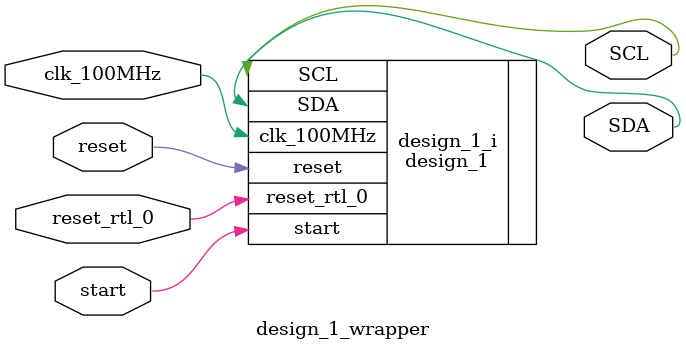
<source format=v>
`timescale 1 ps / 1 ps

module design_1_wrapper
   (SCL,
    SDA,
    clk_100MHz,
    reset,
    reset_rtl_0,
    start);
  output SCL;
  output SDA;
  input clk_100MHz;
  input reset;
  input reset_rtl_0;
  input start;

  wire SCL;
  wire SDA;
  wire clk_100MHz;
  wire reset;
  wire reset_rtl_0;
  wire start;

  design_1 design_1_i
       (.SCL(SCL),
        .SDA(SDA),
        .clk_100MHz(clk_100MHz),
        .reset(reset),
        .reset_rtl_0(reset_rtl_0),
        .start(start));
endmodule

</source>
